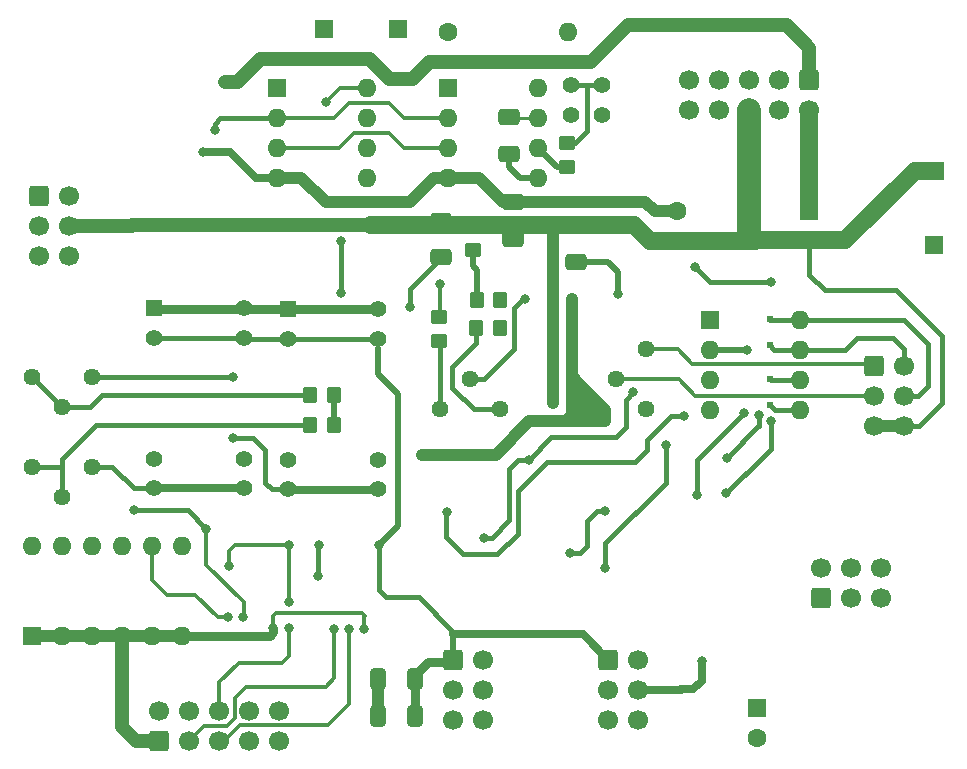
<source format=gbr>
%TF.GenerationSoftware,KiCad,Pcbnew,(6.0.0)*%
%TF.CreationDate,2022-10-28T11:35:46+02:00*%
%TF.ProjectId,INSTR AMP - IDC-SMD v22-10-27,494e5354-5220-4414-9d50-202d20494443,rev?*%
%TF.SameCoordinates,Original*%
%TF.FileFunction,Copper,L2,Bot*%
%TF.FilePolarity,Positive*%
%FSLAX46Y46*%
G04 Gerber Fmt 4.6, Leading zero omitted, Abs format (unit mm)*
G04 Created by KiCad (PCBNEW (6.0.0)) date 2022-10-28 11:35:46*
%MOMM*%
%LPD*%
G01*
G04 APERTURE LIST*
G04 Aperture macros list*
%AMRoundRect*
0 Rectangle with rounded corners*
0 $1 Rounding radius*
0 $2 $3 $4 $5 $6 $7 $8 $9 X,Y pos of 4 corners*
0 Add a 4 corners polygon primitive as box body*
4,1,4,$2,$3,$4,$5,$6,$7,$8,$9,$2,$3,0*
0 Add four circle primitives for the rounded corners*
1,1,$1+$1,$2,$3*
1,1,$1+$1,$4,$5*
1,1,$1+$1,$6,$7*
1,1,$1+$1,$8,$9*
0 Add four rect primitives between the rounded corners*
20,1,$1+$1,$2,$3,$4,$5,0*
20,1,$1+$1,$4,$5,$6,$7,0*
20,1,$1+$1,$6,$7,$8,$9,0*
20,1,$1+$1,$8,$9,$2,$3,0*%
G04 Aperture macros list end*
%TA.AperFunction,ComponentPad*%
%ADD10R,1.500000X1.500000*%
%TD*%
%TA.AperFunction,ComponentPad*%
%ADD11RoundRect,0.250000X-0.600000X-0.600000X0.600000X-0.600000X0.600000X0.600000X-0.600000X0.600000X0*%
%TD*%
%TA.AperFunction,ComponentPad*%
%ADD12C,1.700000*%
%TD*%
%TA.AperFunction,ComponentPad*%
%ADD13RoundRect,0.250000X0.600000X-0.600000X0.600000X0.600000X-0.600000X0.600000X-0.600000X-0.600000X0*%
%TD*%
%TA.AperFunction,ComponentPad*%
%ADD14C,1.600000*%
%TD*%
%TA.AperFunction,ComponentPad*%
%ADD15R,1.600000X1.600000*%
%TD*%
%TA.AperFunction,ComponentPad*%
%ADD16C,1.440000*%
%TD*%
%TA.AperFunction,ComponentPad*%
%ADD17O,1.600000X1.600000*%
%TD*%
%TA.AperFunction,ComponentPad*%
%ADD18C,1.400000*%
%TD*%
%TA.AperFunction,ComponentPad*%
%ADD19R,1.400000X1.400000*%
%TD*%
%TA.AperFunction,ComponentPad*%
%ADD20RoundRect,0.250000X-0.600000X0.600000X-0.600000X-0.600000X0.600000X-0.600000X0.600000X0.600000X0*%
%TD*%
%TA.AperFunction,SMDPad,CuDef*%
%ADD21RoundRect,0.250000X-0.350000X-0.450000X0.350000X-0.450000X0.350000X0.450000X-0.350000X0.450000X0*%
%TD*%
%TA.AperFunction,SMDPad,CuDef*%
%ADD22RoundRect,0.250000X-0.450000X0.350000X-0.450000X-0.350000X0.450000X-0.350000X0.450000X0.350000X0*%
%TD*%
%TA.AperFunction,SMDPad,CuDef*%
%ADD23RoundRect,0.250000X0.350000X0.450000X-0.350000X0.450000X-0.350000X-0.450000X0.350000X-0.450000X0*%
%TD*%
%TA.AperFunction,SMDPad,CuDef*%
%ADD24RoundRect,0.250000X-0.650000X0.412500X-0.650000X-0.412500X0.650000X-0.412500X0.650000X0.412500X0*%
%TD*%
%TA.AperFunction,SMDPad,CuDef*%
%ADD25R,0.500000X0.500000*%
%TD*%
%TA.AperFunction,SMDPad,CuDef*%
%ADD26RoundRect,0.250000X0.412500X0.650000X-0.412500X0.650000X-0.412500X-0.650000X0.412500X-0.650000X0*%
%TD*%
%TA.AperFunction,SMDPad,CuDef*%
%ADD27RoundRect,0.250000X0.450000X-0.350000X0.450000X0.350000X-0.450000X0.350000X-0.450000X-0.350000X0*%
%TD*%
%TA.AperFunction,SMDPad,CuDef*%
%ADD28RoundRect,0.250000X0.650000X-0.412500X0.650000X0.412500X-0.650000X0.412500X-0.650000X-0.412500X0*%
%TD*%
%TA.AperFunction,ViaPad*%
%ADD29C,0.800000*%
%TD*%
%TA.AperFunction,Conductor*%
%ADD30C,1.500000*%
%TD*%
%TA.AperFunction,Conductor*%
%ADD31C,0.550000*%
%TD*%
%TA.AperFunction,Conductor*%
%ADD32C,0.400000*%
%TD*%
%TA.AperFunction,Conductor*%
%ADD33C,0.250000*%
%TD*%
%TA.AperFunction,Conductor*%
%ADD34C,0.350000*%
%TD*%
%TA.AperFunction,Conductor*%
%ADD35C,0.800000*%
%TD*%
%TA.AperFunction,Conductor*%
%ADD36C,0.650000*%
%TD*%
%TA.AperFunction,Conductor*%
%ADD37C,0.450000*%
%TD*%
%TA.AperFunction,Conductor*%
%ADD38C,1.200000*%
%TD*%
%TA.AperFunction,Conductor*%
%ADD39C,2.000000*%
%TD*%
%TA.AperFunction,Conductor*%
%ADD40C,1.000000*%
%TD*%
G04 APERTURE END LIST*
D10*
%TO.P,GNDA2,1,1*%
%TO.N,GNDA*%
X156057600Y-61899800D03*
%TD*%
D11*
%TO.P,X34,1,Pin_1*%
%TO.N,+12P*%
X128431900Y-103296800D03*
D12*
%TO.P,X34,2,Pin_2*%
X130971900Y-103296800D03*
%TO.P,X34,3,Pin_3*%
X128431900Y-105836800D03*
%TO.P,X34,4,Pin_4*%
%TO.N,GNDP*%
X130971900Y-105836800D03*
%TO.P,X34,5,Pin_5*%
X128431900Y-108376800D03*
%TO.P,X34,6,Pin_6*%
X130971900Y-108376800D03*
%TD*%
D13*
%TO.P,X33,1,Pin_1*%
%TO.N,GNDP*%
X90424000Y-110159800D03*
D12*
%TO.P,X33,2,Pin_2*%
%TO.N,uC04*%
X90424000Y-107619800D03*
%TO.P,X33,3,Pin_3*%
%TO.N,uC05*%
X92964000Y-110159800D03*
%TO.P,X33,4,Pin_4*%
%TO.N,uC03*%
X92964000Y-107619800D03*
%TO.P,X33,5,Pin_5*%
%TO.N,uC06*%
X95504000Y-110159800D03*
%TO.P,X33,6,Pin_6*%
%TO.N,uC02*%
X95504000Y-107619800D03*
%TO.P,X33,7,Pin_7*%
%TO.N,unconnected-(X33-Pad7)*%
X98044000Y-110159800D03*
%TO.P,X33,8,Pin_8*%
%TO.N,uC01*%
X98044000Y-107619800D03*
%TO.P,X33,9*%
%TO.N,N/C*%
X100584000Y-110159800D03*
%TO.P,X33,10*%
X100584000Y-107619800D03*
%TD*%
D14*
%TO.P,C19,2*%
%TO.N,GNDP*%
X141046200Y-109916600D03*
D15*
%TO.P,C19,1*%
%TO.N,+12P*%
X141046200Y-107416600D03*
%TD*%
D11*
%TO.P,X31,1,Pin_1*%
%TO.N,Net-(C1-Pad1)*%
X80264000Y-64008000D03*
D12*
%TO.P,X31,2,Pin_2*%
X82804000Y-64008000D03*
%TO.P,X31,3,Pin_3*%
%TO.N,GNDA*%
X80264000Y-66548000D03*
%TO.P,X31,4,Pin_4*%
X82804000Y-66548000D03*
%TO.P,X31,5,Pin_5*%
%TO.N,Net-(C1-Pad2)*%
X80264000Y-69088000D03*
%TO.P,X31,6,Pin_6*%
X82804000Y-69088000D03*
%TD*%
D16*
%TO.P,VR4,1,1*%
%TO.N,GNDA*%
X131648200Y-82118200D03*
%TO.P,VR4,2,2*%
%TO.N,Net-(D3-Pad1)*%
X129108200Y-79578200D03*
%TO.P,VR4,3,3*%
%TO.N,Net-(C8-Pad1)*%
X131648200Y-77038200D03*
%TD*%
D15*
%TO.P,C21,1*%
%TO.N,GNDA*%
X134239000Y-67843477D03*
D14*
%TO.P,C21,2*%
%TO.N,-12VA*%
X134239000Y-65343477D03*
%TD*%
D15*
%TO.P,B5,1*%
%TO.N,+12VA*%
X137043000Y-74508200D03*
D17*
%TO.P,B5,2*%
%TO.N,Net-(B5-Pad2)*%
X137043000Y-77048200D03*
%TO.P,B5,3*%
%TO.N,Net-(B5-Pad3)*%
X137043000Y-79588200D03*
%TO.P,B5,4*%
%TO.N,+12VA*%
X137043000Y-82128200D03*
%TO.P,B5,5*%
%TO.N,Net-(B5-Pad5)*%
X144663000Y-82128200D03*
%TO.P,B5,6*%
%TO.N,Net-(B5-Pad6)*%
X144663000Y-79588200D03*
%TO.P,B5,7*%
%TO.N,B5A:7*%
X144663000Y-77048200D03*
%TO.P,B5,8*%
%TO.N,B5A:8*%
X144663000Y-74508200D03*
%TD*%
D18*
%TO.P,JP6,1,A*%
%TO.N,Net-(JP6-Pad1)*%
X127889000Y-57155400D03*
%TO.P,JP6,2,B*%
%TO.N,Net-(JP5-Pad1)*%
X127889000Y-54615400D03*
%TD*%
D14*
%TO.P,R13,1*%
%TO.N,Net-(B3-Pad1)*%
X114884200Y-50165000D03*
D17*
%TO.P,R13,2*%
%TO.N,Net-(B3-Pad8)*%
X125044200Y-50165000D03*
%TD*%
%TO.P,B3,8,Rg*%
%TO.N,Net-(B3-Pad8)*%
X122514200Y-54899400D03*
%TO.P,B3,7,V+*%
%TO.N,+12VA*%
X122514200Y-57439400D03*
%TO.P,B3,6*%
%TO.N,Net-(B3-Pad6)*%
X122514200Y-59979400D03*
%TO.P,B3,5,Ref*%
%TO.N,GNDA*%
X122514200Y-62519400D03*
%TO.P,B3,4,V-*%
%TO.N,-12VA*%
X114894200Y-62519400D03*
%TO.P,B3,3,+*%
%TO.N,Net-(B1-Pad3)*%
X114894200Y-59979400D03*
%TO.P,B3,2,-*%
%TO.N,Net-(B1-Pad2)*%
X114894200Y-57439400D03*
D15*
%TO.P,B3,1,Rg*%
%TO.N,Net-(B3-Pad1)*%
X114894200Y-54899400D03*
%TD*%
D19*
%TO.P,K2,1*%
%TO.N,Net-(B1-Pad1)*%
X89976800Y-73553000D03*
D18*
%TO.P,K2,2*%
%TO.N,+12P*%
X89976800Y-76093000D03*
%TO.P,K2,6*%
%TO.N,Net-(B6-Pad14)*%
X89976800Y-86353000D03*
%TO.P,K2,7*%
%TO.N,Net-(K2-Pad7)*%
X89976800Y-88793000D03*
%TO.P,K2,8*%
X97596800Y-88793000D03*
%TO.P,K2,9*%
%TO.N,N/C*%
X97596800Y-86353000D03*
%TO.P,K2,13*%
%TO.N,+12P*%
X97596800Y-76093000D03*
%TO.P,K2,14*%
%TO.N,Net-(B1-Pad1)*%
X97596800Y-73553000D03*
%TD*%
%TO.P,JP5,1,A*%
%TO.N,Net-(JP5-Pad1)*%
X125247400Y-54680800D03*
%TO.P,JP5,2,B*%
%TO.N,Net-(JP5-Pad2)*%
X125247400Y-57220800D03*
%TD*%
D20*
%TO.P,X35,1,Pin_1*%
%TO.N,+12VA*%
X145415000Y-54238500D03*
D12*
%TO.P,X35,2,Pin_2*%
X145415000Y-56778500D03*
%TO.P,X35,3,Pin_3*%
%TO.N,GNDA*%
X142875000Y-54238500D03*
%TO.P,X35,4,Pin_4*%
X142875000Y-56778500D03*
%TO.P,X35,5,Pin_5*%
X140335000Y-54238500D03*
%TO.P,X35,6,Pin_6*%
X140335000Y-56778500D03*
%TO.P,X35,7,Pin_7*%
%TO.N,-12VA*%
X137795000Y-54238500D03*
%TO.P,X35,8,Pin_8*%
X137795000Y-56778500D03*
%TO.P,X35,9*%
%TO.N,N/C*%
X135255000Y-54238500D03*
%TO.P,X35,10*%
X135255000Y-56778500D03*
%TD*%
D15*
%TO.P,C20,1*%
%TO.N,+12VA*%
X145465800Y-65303323D03*
D14*
%TO.P,C20,2*%
%TO.N,GNDA*%
X145465800Y-67803323D03*
%TD*%
D11*
%TO.P,X36,1,Pin_1*%
%TO.N,Net-(C8-Pad1)*%
X150952200Y-78409800D03*
D12*
%TO.P,X36,2,Pin_2*%
%TO.N,B5A:7*%
X153492200Y-78409800D03*
%TO.P,X36,3,Pin_3*%
%TO.N,Net-(D3-Pad1)*%
X150952200Y-80949800D03*
%TO.P,X36,4,Pin_4*%
%TO.N,B5A:8*%
X153492200Y-80949800D03*
%TO.P,X36,5,Pin_5*%
%TO.N,GNDA*%
X150952200Y-83489800D03*
%TO.P,X36,6,Pin_6*%
X153492200Y-83489800D03*
%TD*%
D10*
%TO.P,MP2,1,1*%
%TO.N,Net-(D3-Pad1)*%
X156032200Y-68224400D03*
%TD*%
%TO.P,GNDA1,1,1*%
%TO.N,GNDA*%
X110591600Y-49911000D03*
%TD*%
D16*
%TO.P,VR1,1*%
%TO.N,Net-(K1-Pad7)*%
X84709000Y-79349600D03*
%TO.P,VR1,2*%
%TO.N,Net-(R11-Pad2)*%
X82169000Y-81889600D03*
%TO.P,VR1,3*%
X79629000Y-79349600D03*
%TD*%
D15*
%TO.P,B1,1,Rg*%
%TO.N,Net-(B1-Pad1)*%
X100365400Y-54899400D03*
D17*
%TO.P,B1,2,-*%
%TO.N,Net-(B1-Pad2)*%
X100365400Y-57439400D03*
%TO.P,B1,3,+*%
%TO.N,Net-(B1-Pad3)*%
X100365400Y-59979400D03*
%TO.P,B1,4,V-*%
%TO.N,-12VA*%
X100365400Y-62519400D03*
%TO.P,B1,5,Ref*%
%TO.N,GNDA*%
X107985400Y-62519400D03*
%TO.P,B1,6*%
%TO.N,Net-(B1-Pad6)*%
X107985400Y-59979400D03*
%TO.P,B1,7,V+*%
%TO.N,+12VA*%
X107985400Y-57439400D03*
%TO.P,B1,8,Rg*%
%TO.N,Net-(B1-Pad8)*%
X107985400Y-54899400D03*
%TD*%
D15*
%TO.P,SW1,1*%
%TO.N,GNDP*%
X79679800Y-101285200D03*
D17*
%TO.P,SW1,2*%
X82219800Y-101285200D03*
%TO.P,SW1,3*%
X84759800Y-101285200D03*
%TO.P,SW1,4*%
X87299800Y-101285200D03*
%TO.P,SW1,5*%
X89839800Y-101285200D03*
%TO.P,SW1,6*%
X92379800Y-101285200D03*
%TO.P,SW1,7*%
%TO.N,Net-(B6-Pad12)*%
X92379800Y-93665200D03*
%TO.P,SW1,8*%
%TO.N,Net-(B6-Pad11)*%
X89839800Y-93665200D03*
%TO.P,SW1,9*%
%TO.N,Net-(B6-Pad15)*%
X87299800Y-93665200D03*
%TO.P,SW1,10*%
%TO.N,unconnected-(SW1-Pad10)*%
X84759800Y-93665200D03*
%TO.P,SW1,11*%
%TO.N,Net-(B6-Pad14)*%
X82219800Y-93665200D03*
%TO.P,SW1,12*%
%TO.N,Net-(B6-Pad13)*%
X79679800Y-93665200D03*
%TD*%
D19*
%TO.P,K1,1*%
%TO.N,Net-(B1-Pad1)*%
X101320600Y-73634600D03*
D18*
%TO.P,K1,2*%
%TO.N,+12P*%
X101320600Y-76174600D03*
%TO.P,K1,6*%
%TO.N,Net-(B6-Pad13)*%
X101320600Y-86434600D03*
%TO.P,K1,7*%
%TO.N,Net-(K1-Pad7)*%
X101320600Y-88874600D03*
%TO.P,K1,8*%
X108940600Y-88874600D03*
%TO.P,K1,9*%
%TO.N,N/C*%
X108940600Y-86434600D03*
%TO.P,K1,13*%
%TO.N,+12P*%
X108940600Y-76174600D03*
%TO.P,K1,14*%
%TO.N,Net-(B1-Pad1)*%
X108940600Y-73634600D03*
%TD*%
D16*
%TO.P,VR3,1,1*%
%TO.N,Net-(R9-Pad1)*%
X114163000Y-82100200D03*
%TO.P,VR3,2,2*%
%TO.N,+12VA*%
X116703000Y-79560200D03*
%TO.P,VR3,3,3*%
%TO.N,Net-(R10-Pad1)*%
X119243000Y-82100200D03*
%TD*%
D11*
%TO.P,X32,1,Pin_1*%
%TO.N,+12P*%
X115316000Y-103352600D03*
D12*
%TO.P,X32,2,Pin_2*%
%TO.N,Net-(B6-Pad11)*%
X117856000Y-103352600D03*
%TO.P,X32,3,Pin_3*%
%TO.N,Net-(B6-Pad12)*%
X115316000Y-105892600D03*
%TO.P,X32,4,Pin_4*%
%TO.N,Net-(B6-Pad15)*%
X117856000Y-105892600D03*
%TO.P,X32,5,Pin_5*%
%TO.N,unconnected-(X32-Pad5)*%
X115316000Y-108432600D03*
%TO.P,X32,6,Pin_6*%
%TO.N,Net-(B6-Pad12)*%
X117856000Y-108432600D03*
%TD*%
D16*
%TO.P,VR2,1*%
%TO.N,Net-(K2-Pad7)*%
X84693600Y-86987600D03*
%TO.P,VR2,2*%
%TO.N,Net-(R12-Pad2)*%
X82153600Y-89527600D03*
%TO.P,VR2,3*%
X79613600Y-86987600D03*
%TD*%
D10*
%TO.P,MP1,1,1*%
%TO.N,Net-(MP1-Pad1)*%
X104394000Y-49911000D03*
%TD*%
D13*
%TO.P,X37,1,Pin_1*%
%TO.N,Net-(B5-Pad6)*%
X146405600Y-98069400D03*
D12*
%TO.P,X37,2,Pin_2*%
%TO.N,Net-(B5-Pad5)*%
X146405600Y-95529400D03*
%TO.P,X37,3,Pin_3*%
%TO.N,unconnected-(X37-Pad3)*%
X148945600Y-98069400D03*
%TO.P,X37,4,Pin_4*%
%TO.N,unconnected-(X37-Pad4)*%
X148945600Y-95529400D03*
%TO.P,X37,5,Pin_5*%
%TO.N,unconnected-(X37-Pad5)*%
X151485600Y-98069400D03*
%TO.P,X37,6,Pin_6*%
%TO.N,unconnected-(X37-Pad6)*%
X151485600Y-95529400D03*
%TD*%
D21*
%TO.P,R10,1*%
%TO.N,Net-(R10-Pad1)*%
X117262400Y-75184000D03*
%TO.P,R10,2*%
%TO.N,Net-(B2-Pad8)*%
X119262400Y-75184000D03*
%TD*%
D22*
%TO.P,R6,1*%
%TO.N,GNDA*%
X117017800Y-66589400D03*
%TO.P,R6,2*%
%TO.N,Net-(B2-Pad2)*%
X117017800Y-68589400D03*
%TD*%
D23*
%TO.P,R12,1*%
%TO.N,Net-(B1-Pad8)*%
X105190800Y-83413600D03*
%TO.P,R12,2*%
%TO.N,Net-(R12-Pad2)*%
X103190800Y-83413600D03*
%TD*%
D22*
%TO.P,R14,1*%
%TO.N,Net-(JP5-Pad1)*%
X124942600Y-59579000D03*
%TO.P,R14,2*%
%TO.N,Net-(B3-Pad6)*%
X124942600Y-61579000D03*
%TD*%
D24*
%TO.P,C13,1*%
%TO.N,-12VA*%
X120345200Y-64579100D03*
%TO.P,C13,2*%
%TO.N,GNDA*%
X120345200Y-67704100D03*
%TD*%
D25*
%TO.P,D7,1,K*%
%TO.N,B5A:7*%
X142138400Y-76690400D03*
%TO.P,D7,2,A*%
%TO.N,B5A:8*%
X142138400Y-74490400D03*
%TD*%
D26*
%TO.P,C17,1*%
%TO.N,+12P*%
X112052500Y-104927400D03*
%TO.P,C17,2*%
%TO.N,GNDP*%
X108927500Y-104927400D03*
%TD*%
D23*
%TO.P,R7,1*%
%TO.N,Net-(B2-Pad6)*%
X119287800Y-72821800D03*
%TO.P,R7,2*%
%TO.N,Net-(B2-Pad2)*%
X117287800Y-72821800D03*
%TD*%
D27*
%TO.P,R9,1*%
%TO.N,Net-(R9-Pad1)*%
X114122200Y-76285600D03*
%TO.P,R9,2*%
%TO.N,Net-(B2-Pad1)*%
X114122200Y-74285600D03*
%TD*%
D24*
%TO.P,C6,1*%
%TO.N,GNDA*%
X114249200Y-66128500D03*
%TO.P,C6,2*%
%TO.N,-12VA*%
X114249200Y-69253500D03*
%TD*%
D23*
%TO.P,R11,1*%
%TO.N,Net-(B1-Pad8)*%
X105190800Y-80873600D03*
%TO.P,R11,2*%
%TO.N,Net-(R11-Pad2)*%
X103190800Y-80873600D03*
%TD*%
D26*
%TO.P,C18,1*%
%TO.N,+12P*%
X112052500Y-108051600D03*
%TO.P,C18,2*%
%TO.N,GNDP*%
X108927500Y-108051600D03*
%TD*%
D28*
%TO.P,C8,1*%
%TO.N,Net-(C8-Pad1)*%
X125704600Y-69634500D03*
%TO.P,C8,2*%
%TO.N,GNDA*%
X125704600Y-66509500D03*
%TD*%
D25*
%TO.P,D6,1,K*%
%TO.N,Net-(B5-Pad6)*%
X142163800Y-79570400D03*
%TO.P,D6,2,A*%
%TO.N,Net-(B5-Pad5)*%
X142163800Y-81770400D03*
%TD*%
D24*
%TO.P,C12,1*%
%TO.N,+12VA*%
X119989600Y-57327800D03*
%TO.P,C12,2*%
%TO.N,GNDA*%
X119989600Y-60452800D03*
%TD*%
D29*
%TO.N,Net-(B5-Pad2)*%
X135940800Y-89331800D03*
X139928600Y-82423000D03*
X140157200Y-77089000D03*
%TO.N,uC02*%
X101396800Y-100660200D03*
%TO.N,uC05*%
X105206800Y-100679600D03*
%TO.N,uC06*%
X106476800Y-100679600D03*
%TO.N,+12P*%
X109016800Y-93579600D03*
%TO.N,GNDA*%
X138446000Y-86207600D03*
X128397000Y-66573400D03*
X123545600Y-66522600D03*
X93472000Y-66497200D03*
X123764000Y-81578200D03*
X96418400Y-66522600D03*
X103632000Y-66522600D03*
X114020600Y-66458700D03*
X110109000Y-66522600D03*
X141173200Y-82550000D03*
X140258800Y-67843400D03*
%TO.N,-12VA*%
X111658400Y-73431400D03*
X94147600Y-60348100D03*
X135788400Y-70053200D03*
X142189200Y-83058000D03*
X111607600Y-64592200D03*
X142189200Y-71348600D03*
X138430000Y-89204800D03*
%TO.N,Net-(B1-Pad2)*%
X95097600Y-58473100D03*
%TO.N,Net-(B2-Pad2)*%
X117287800Y-72821800D03*
%TO.N,Net-(B2-Pad6)*%
X119287800Y-72821800D03*
%TO.N,Net-(C8-Pad1)*%
X129260600Y-72364600D03*
%TO.N,Net-(B2-Pad1)*%
X114179800Y-71501000D03*
%TO.N,Net-(B2-Pad8)*%
X119262400Y-75184000D03*
%TO.N,Net-(B1-Pad8)*%
X105791000Y-72263000D03*
X104495600Y-56083200D03*
X105791000Y-67894200D03*
X105190800Y-80873600D03*
%TO.N,+12VA*%
X112699800Y-85944200D03*
X95996800Y-54353700D03*
X104470200Y-52476400D03*
X128193800Y-83108800D03*
X120091200Y-52679600D03*
X125323600Y-72771000D03*
X121379800Y-72771000D03*
%TO.N,Net-(B4-Pad2)*%
X121691400Y-86360000D03*
X130556000Y-80670400D03*
X117906800Y-93014800D03*
%TO.N,Net-(B5-Pad3)*%
X114766600Y-90830400D03*
X134823200Y-82702400D03*
%TO.N,Net-(B4-Pad6)*%
X128193800Y-90678000D03*
X125196600Y-94259400D03*
%TO.N,Net-(B4-Pad5)*%
X133299200Y-85090000D03*
X128193800Y-95564200D03*
%TO.N,Net-(B6-Pad14)*%
X88290400Y-90652600D03*
X94386400Y-92202000D03*
X97536000Y-99720400D03*
%TO.N,Net-(B6-Pad13)*%
X103911400Y-93599000D03*
X103886000Y-96228500D03*
%TO.N,Net-(K1-Pad7)*%
X96647000Y-84505800D03*
X96647000Y-79349600D03*
%TO.N,Net-(B6-Pad11)*%
X96266000Y-99720400D03*
%TO.N,Net-(B6-Pad15)*%
X101371400Y-98450400D03*
X101371400Y-93599000D03*
X96316800Y-95351600D03*
%TO.N,GNDP*%
X100076000Y-100660200D03*
X107746800Y-100679600D03*
X136347200Y-103412800D03*
X109016800Y-108000800D03*
%TD*%
D30*
%TO.N,GNDA*%
X148477677Y-67803323D02*
X145465800Y-67803323D01*
X154381200Y-61899800D02*
X148477677Y-67803323D01*
X156057600Y-61899800D02*
X154381200Y-61899800D01*
D31*
%TO.N,Net-(B5-Pad2)*%
X140116400Y-77048200D02*
X137043000Y-77048200D01*
D32*
X135940800Y-86410800D02*
X139928600Y-82423000D01*
D33*
X140157200Y-77089000D02*
X140116400Y-77048200D01*
D32*
X135940800Y-89331800D02*
X135940800Y-86664800D01*
X135940800Y-86664800D02*
X135940800Y-86410800D01*
D34*
%TO.N,uC02*%
X101396800Y-102997000D02*
X101396800Y-100660200D01*
X95504000Y-105232200D02*
X97129600Y-103606600D01*
X97129600Y-103606600D02*
X100787200Y-103606600D01*
X95504000Y-107619800D02*
X95504000Y-105232200D01*
X100787200Y-103606600D02*
X101396800Y-102997000D01*
%TO.N,uC05*%
X94234000Y-108889800D02*
X92964000Y-110159800D01*
X96798682Y-108229400D02*
X96138282Y-108889800D01*
X97739200Y-105587800D02*
X96799400Y-106527600D01*
X96138282Y-108889800D02*
X94234000Y-108889800D01*
X104495600Y-105587800D02*
X97739200Y-105587800D01*
X105206800Y-104876600D02*
X104495600Y-105587800D01*
X105206800Y-100679600D02*
X105206800Y-104876600D01*
X96799400Y-108229400D02*
X96798682Y-108229400D01*
X96799400Y-106527600D02*
X96799400Y-108229400D01*
%TO.N,uC06*%
X97231200Y-108864400D02*
X95935800Y-110159800D01*
X106476800Y-100679600D02*
X106476800Y-107061000D01*
X106476800Y-107061000D02*
X104673400Y-108864400D01*
X104673400Y-108864400D02*
X97231200Y-108864400D01*
D35*
%TO.N,+12P*%
X113157000Y-103530400D02*
X112052500Y-104634900D01*
X112052500Y-104927400D02*
X112052500Y-108051600D01*
D31*
X115316000Y-103352600D02*
X115316000Y-101117400D01*
X110642400Y-80822800D02*
X108940600Y-79121000D01*
D32*
X108940600Y-76174600D02*
X101320600Y-76174600D01*
X115316000Y-100939600D02*
X112395000Y-98018600D01*
D35*
X115138200Y-103530400D02*
X113157000Y-103530400D01*
D36*
X126252500Y-101117400D02*
X115316000Y-101117400D01*
X128431900Y-103296800D02*
X126252500Y-101117400D01*
D32*
X112395000Y-98018600D02*
X109651800Y-98018600D01*
X109016800Y-97383600D02*
X109016800Y-93579600D01*
X115316000Y-101117400D02*
X115316000Y-100939600D01*
X109651800Y-98018600D02*
X109016800Y-97383600D01*
D31*
X108940600Y-79121000D02*
X108940600Y-76923320D01*
D37*
X97596800Y-76093000D02*
X89976800Y-76093000D01*
D31*
X110642400Y-91954000D02*
X110642400Y-80822800D01*
D32*
X101320600Y-76174600D02*
X97678400Y-76174600D01*
D31*
X109016800Y-93579600D02*
X110642400Y-91954000D01*
D32*
%TO.N,GNDA*%
X156667200Y-81534000D02*
X156667200Y-75920600D01*
D38*
X96418400Y-66522600D02*
X103632000Y-66522600D01*
X103632000Y-66522600D02*
X107365800Y-66522600D01*
D39*
X140335000Y-56778500D02*
X140335000Y-67335400D01*
D32*
X141173200Y-83480400D02*
X141173200Y-82550000D01*
D38*
X88138000Y-66522600D02*
X88112600Y-66548000D01*
D30*
X140883231Y-67803323D02*
X145465800Y-67803323D01*
D38*
X88138000Y-66522600D02*
X93370400Y-66522600D01*
D30*
X134239000Y-67843477D02*
X136702723Y-67843477D01*
X108331000Y-66522600D02*
X118338600Y-66522600D01*
X130606800Y-66522600D02*
X128905000Y-66522600D01*
D32*
X154711400Y-83489800D02*
X156667200Y-81534000D01*
D40*
X123764000Y-81578200D02*
X123764000Y-66741000D01*
D32*
X156667200Y-75920600D02*
X152781000Y-72034400D01*
D33*
X123764000Y-66741000D02*
X123545600Y-66522600D01*
D30*
X118338600Y-66522600D02*
X123545600Y-66522600D01*
X123545600Y-66522600D02*
X128905000Y-66522600D01*
D31*
X119989600Y-60452800D02*
X119989600Y-61569600D01*
D30*
X131927677Y-67843477D02*
X130606800Y-66522600D01*
D32*
X141097000Y-83556600D02*
X141173200Y-83480400D01*
D30*
X136702723Y-67843477D02*
X140843077Y-67843477D01*
D32*
X146761200Y-72034400D02*
X145465800Y-70739000D01*
D40*
X150952200Y-83489800D02*
X153492200Y-83489800D01*
D32*
X153492200Y-83489800D02*
X154711400Y-83489800D01*
X152781000Y-72034400D02*
X146761200Y-72034400D01*
D38*
X88112600Y-66548000D02*
X82804000Y-66548000D01*
D32*
X138446000Y-86207600D02*
X141097000Y-83556600D01*
D38*
X107365800Y-66522600D02*
X108331000Y-66522600D01*
D31*
X120939400Y-62519400D02*
X122514200Y-62519400D01*
X119989600Y-61569600D02*
X120939400Y-62519400D01*
D38*
X93370400Y-66522600D02*
X96418400Y-66522600D01*
D30*
X134239000Y-67843477D02*
X131927677Y-67843477D01*
D32*
X145465800Y-70739000D02*
X145465800Y-67803323D01*
D40*
%TO.N,-12VA*%
X132348677Y-65343477D02*
X134239000Y-65343477D01*
X102422800Y-62519400D02*
X104495600Y-64592200D01*
D36*
X96416100Y-60348100D02*
X94147600Y-60348100D01*
D40*
X100365400Y-62519400D02*
X102422800Y-62519400D01*
X113680400Y-62519400D02*
X111607600Y-64592200D01*
D37*
X142189200Y-71348600D02*
X137058400Y-71348600D01*
D32*
X111658400Y-71895100D02*
X114313100Y-69240400D01*
D37*
X142113000Y-85521800D02*
X142189200Y-85445600D01*
D40*
X104495600Y-64592200D02*
X111607600Y-64592200D01*
D37*
X141681200Y-85953600D02*
X142113000Y-85521800D01*
X138430000Y-89204800D02*
X141681200Y-85953600D01*
D40*
X114894200Y-62519400D02*
X113680400Y-62519400D01*
X131546600Y-64541400D02*
X132348677Y-65343477D01*
X119507000Y-64541400D02*
X131546600Y-64541400D01*
D32*
X111658400Y-73431400D02*
X111658400Y-71895100D01*
D40*
X114894200Y-62519400D02*
X117465000Y-62519400D01*
D36*
X100355400Y-62509400D02*
X98577400Y-62509400D01*
D40*
X117465000Y-62519400D02*
X117475000Y-62509400D01*
D36*
X98577400Y-62509400D02*
X96416100Y-60348100D01*
D37*
X135788400Y-70078600D02*
X135788400Y-70053200D01*
X137058400Y-71348600D02*
X135788400Y-70078600D01*
X142189200Y-85445600D02*
X142189200Y-83058000D01*
D40*
X117475000Y-62509400D02*
X119507000Y-64541400D01*
D34*
%TO.N,Net-(B1-Pad2)*%
X114894200Y-57439400D02*
X111109600Y-57439400D01*
D32*
X100355400Y-57429400D02*
X95580200Y-57429400D01*
D34*
X109829600Y-56159400D02*
X106502200Y-56159400D01*
D32*
X95580200Y-57429400D02*
X95097600Y-57912000D01*
D34*
X106502200Y-56159400D02*
X105222200Y-57439400D01*
D32*
X95097600Y-57912000D02*
X95097600Y-58473100D01*
D34*
X100365400Y-57439400D02*
X105222200Y-57439400D01*
X111109600Y-57439400D02*
X109829600Y-56159400D01*
%TO.N,Net-(B1-Pad3)*%
X114894200Y-59979400D02*
X111109600Y-59979400D01*
X111109600Y-59979400D02*
X109880400Y-58750200D01*
X109880400Y-58750200D02*
X106883200Y-58750200D01*
X106883200Y-58750200D02*
X105654000Y-59979400D01*
X105654000Y-59979400D02*
X100365400Y-59979400D01*
D31*
%TO.N,Net-(B2-Pad2)*%
X116967000Y-69951600D02*
X116967000Y-68640200D01*
X117287800Y-72821800D02*
X117287800Y-70272400D01*
X117287800Y-70272400D02*
X116967000Y-69951600D01*
%TO.N,Net-(C8-Pad1)*%
X128435500Y-69634500D02*
X125704600Y-69634500D01*
D34*
X134340600Y-77038200D02*
X135559800Y-78257400D01*
D31*
X129260600Y-72364600D02*
X129260600Y-70459600D01*
X129260600Y-70459600D02*
X128435500Y-69634500D01*
D34*
X131648200Y-77038200D02*
X134340600Y-77038200D01*
X135559800Y-78257400D02*
X150799800Y-78257400D01*
D37*
%TO.N,Net-(R9-Pad1)*%
X114163000Y-82100200D02*
X114163000Y-76326400D01*
D34*
%TO.N,Net-(B2-Pad1)*%
X114179800Y-71501000D02*
X114179800Y-74228000D01*
D32*
%TO.N,Net-(R10-Pad1)*%
X117262400Y-76463400D02*
X117262400Y-75184000D01*
X119243000Y-82100200D02*
X117025200Y-82100200D01*
X115189000Y-78536800D02*
X117262400Y-76463400D01*
X117025200Y-82100200D02*
X115189000Y-80264000D01*
X115189000Y-80264000D02*
X115189000Y-78536800D01*
D34*
%TO.N,Net-(B1-Pad8)*%
X105679400Y-54899400D02*
X104495600Y-56083200D01*
D31*
X105190800Y-83413600D02*
X105190800Y-80873600D01*
D32*
X105791000Y-67894200D02*
X105791000Y-72263000D01*
D34*
X105730200Y-54899400D02*
X105679400Y-54899400D01*
X107985400Y-54899400D02*
X105730200Y-54899400D01*
D32*
%TO.N,Net-(R11-Pad2)*%
X85598000Y-80873600D02*
X84531200Y-81940400D01*
D33*
X84531200Y-81940400D02*
X84480400Y-81889600D01*
D32*
X84480400Y-81889600D02*
X82169000Y-81889600D01*
D37*
X103190800Y-80873600D02*
X85598000Y-80873600D01*
D32*
X82169000Y-81889600D02*
X79629000Y-79349600D01*
%TO.N,Net-(R12-Pad2)*%
X82153600Y-86350000D02*
X85090000Y-83413600D01*
D33*
X82110800Y-86987600D02*
X82153600Y-87030400D01*
D32*
X82153600Y-89527600D02*
X82153600Y-87030400D01*
X79613600Y-86987600D02*
X82110800Y-86987600D01*
X85090000Y-83413600D02*
X103190800Y-83413600D01*
X82153600Y-87030400D02*
X82153600Y-86350000D01*
D31*
%TO.N,Net-(B3-Pad6)*%
X124113800Y-61579000D02*
X122514200Y-59979400D01*
X124942600Y-61579000D02*
X124113800Y-61579000D01*
D38*
%TO.N,+12VA*%
X109880400Y-54102000D02*
X108254800Y-52476400D01*
X108254800Y-52476400D02*
X104470200Y-52476400D01*
D37*
X116703000Y-79560200D02*
X117950200Y-79560200D01*
D40*
X126034800Y-80010000D02*
X128193800Y-82169000D01*
D38*
X104470200Y-52476400D02*
X98958400Y-52476400D01*
D40*
X126034800Y-80010000D02*
X126034800Y-81965800D01*
D38*
X98958400Y-52476400D02*
X97081100Y-54353700D01*
X127000000Y-52679600D02*
X130084521Y-49595079D01*
X145415000Y-51485800D02*
X145415000Y-54238500D01*
D40*
X128193800Y-83108800D02*
X124841000Y-83108800D01*
X124841000Y-83108800D02*
X121742200Y-83108800D01*
D38*
X113284000Y-52679600D02*
X111861600Y-54102000D01*
D33*
X122514200Y-57439400D02*
X120101200Y-57439400D01*
D40*
X126034800Y-81965800D02*
X126530100Y-82461100D01*
X125349000Y-79324200D02*
X125349000Y-81178400D01*
D38*
X111861600Y-54102000D02*
X109880400Y-54102000D01*
D37*
X117950200Y-79560200D02*
X120472200Y-77038200D01*
D38*
X143524279Y-49595079D02*
X145415000Y-51485800D01*
X120091200Y-52679600D02*
X127000000Y-52679600D01*
D40*
X128193800Y-82169000D02*
X128193800Y-83108800D01*
X127546100Y-82461100D02*
X126530100Y-82461100D01*
D38*
X97081100Y-54353700D02*
X95996800Y-54353700D01*
X130084521Y-49595079D02*
X143524279Y-49595079D01*
X120091200Y-52679600D02*
X113284000Y-52679600D01*
D40*
X125349000Y-82600800D02*
X124841000Y-83108800D01*
X125349000Y-79324200D02*
X125349000Y-72796400D01*
X128193800Y-83108800D02*
X127546100Y-82461100D01*
X121742200Y-83108800D02*
X118906800Y-85944200D01*
X118906800Y-85944200D02*
X112699800Y-85944200D01*
X125349000Y-81178400D02*
X125349000Y-82448400D01*
D37*
X121208800Y-72771000D02*
X121379800Y-72771000D01*
D40*
X125361700Y-82461100D02*
X125349000Y-82448400D01*
D37*
X120472200Y-77038200D02*
X120472200Y-73507600D01*
D40*
X125349000Y-72796400D02*
X125323600Y-72771000D01*
X125349000Y-79324200D02*
X126034800Y-80010000D01*
X125349000Y-82448400D02*
X125349000Y-82600800D01*
X126530100Y-82461100D02*
X125361700Y-82461100D01*
D30*
X145465800Y-65303323D02*
X145465800Y-56829300D01*
D40*
X126263400Y-81178400D02*
X125349000Y-81178400D01*
X127546100Y-82461100D02*
X126263400Y-81178400D01*
D37*
X120472200Y-73507600D02*
X121208800Y-72771000D01*
D32*
%TO.N,Net-(B4-Pad2)*%
X121691400Y-86360000D02*
X120827800Y-86360000D01*
D37*
X129895600Y-83616800D02*
X129895600Y-81330800D01*
D32*
X120065800Y-91516200D02*
X118567200Y-93014800D01*
D37*
X129895600Y-81330800D02*
X130556000Y-80670400D01*
X129082800Y-84429600D02*
X129895600Y-83616800D01*
D32*
X120827800Y-86360000D02*
X120065800Y-87122000D01*
X120065800Y-87122000D02*
X120065800Y-91516200D01*
D37*
X123621800Y-84429600D02*
X129082800Y-84429600D01*
D32*
X118567200Y-93014800D02*
X117906800Y-93014800D01*
D37*
X121691400Y-86360000D02*
X123621800Y-84429600D01*
D32*
%TO.N,Net-(B5-Pad3)*%
X120751600Y-92659200D02*
X120751600Y-89052400D01*
X119024400Y-94386400D02*
X120751600Y-92659200D01*
X116128800Y-94386400D02*
X119024400Y-94386400D01*
X130710720Y-86547800D02*
X131673600Y-85584920D01*
X133705600Y-82702400D02*
X134823200Y-82702400D01*
X131673600Y-84734400D02*
X133705600Y-82702400D01*
X114766600Y-90830400D02*
X114681000Y-90916000D01*
X123256200Y-86547800D02*
X130710720Y-86547800D01*
X114681000Y-90916000D02*
X114681000Y-92938600D01*
X120751600Y-89052400D02*
X123256200Y-86547800D01*
X131673600Y-85584920D02*
X131673600Y-84734400D01*
X114681000Y-92938600D02*
X116128800Y-94386400D01*
%TO.N,Net-(B4-Pad6)*%
X128193800Y-90678000D02*
X127482600Y-90678000D01*
X126034800Y-94259400D02*
X125189000Y-94259400D01*
X127482600Y-90678000D02*
X126593600Y-91567000D01*
X126593600Y-93700600D02*
X126034800Y-94259400D01*
X126593600Y-91567000D02*
X126593600Y-93700600D01*
%TO.N,Net-(B4-Pad5)*%
X133299200Y-88315800D02*
X133299200Y-85090000D01*
X128193800Y-95564200D02*
X128193800Y-93421200D01*
X128193800Y-93421200D02*
X133299200Y-88315800D01*
%TO.N,Net-(B6-Pad14)*%
X92837000Y-90652600D02*
X88290400Y-90652600D01*
D34*
X97561400Y-98425000D02*
X94386400Y-95250000D01*
X97561400Y-99695000D02*
X97561400Y-98425000D01*
X94386400Y-95250000D02*
X94386400Y-92202000D01*
D32*
X94386400Y-92202000D02*
X92837000Y-90652600D01*
D34*
X97536000Y-99720400D02*
X97561400Y-99695000D01*
D35*
%TO.N,Net-(B1-Pad1)*%
X108902500Y-73634600D02*
X89827100Y-73634600D01*
D32*
%TO.N,Net-(K2-Pad7)*%
X88259600Y-88793000D02*
X86436200Y-86969600D01*
D36*
X89992200Y-88773000D02*
X97612200Y-88773000D01*
D32*
X86418200Y-86987600D02*
X84693600Y-86987600D01*
X86436200Y-86969600D02*
X86418200Y-86987600D01*
X89976800Y-88793000D02*
X88259600Y-88793000D01*
D33*
%TO.N,Net-(B6-Pad13)*%
X103886000Y-93624400D02*
X103911400Y-93599000D01*
D37*
X103886000Y-96228500D02*
X103886000Y-93624400D01*
D32*
%TO.N,Net-(K1-Pad7)*%
X98602800Y-84785200D02*
X98323400Y-84505800D01*
X99390200Y-85572600D02*
X98602800Y-84785200D01*
D36*
X101320600Y-88900000D02*
X108940600Y-88900000D01*
D32*
X101320600Y-88874600D02*
X99949000Y-88874600D01*
X96647000Y-79349600D02*
X84709000Y-79349600D01*
X99949000Y-88874600D02*
X99390200Y-88315800D01*
X99390200Y-88315800D02*
X99390200Y-85572600D01*
X98323400Y-84505800D02*
X96647000Y-84505800D01*
D34*
%TO.N,Net-(D3-Pad1)*%
X129108200Y-79578200D02*
X134416800Y-79578200D01*
X134416800Y-79578200D02*
X135788400Y-80949800D01*
X135788400Y-80949800D02*
X150952200Y-80949800D01*
%TO.N,Net-(B6-Pad11)*%
X96266000Y-99720400D02*
X95351600Y-99720400D01*
X91033600Y-97790000D02*
X89839800Y-96596200D01*
X89839800Y-96596200D02*
X89839800Y-93665200D01*
X95351600Y-99720400D02*
X93421200Y-97790000D01*
X93421200Y-97790000D02*
X91033600Y-97790000D01*
%TO.N,Net-(B6-Pad15)*%
X96824800Y-93599000D02*
X96316800Y-94107000D01*
X101371400Y-98450400D02*
X101371400Y-93599000D01*
X101371400Y-93599000D02*
X96824800Y-93599000D01*
X96316800Y-94107000D02*
X96316800Y-95351600D01*
D32*
%TO.N,Net-(B5-Pad5)*%
X142521600Y-82128200D02*
X142163800Y-81770400D01*
X144663000Y-82128200D02*
X142521600Y-82128200D01*
%TO.N,Net-(B5-Pad6)*%
X144663000Y-79588200D02*
X142181600Y-79588200D01*
%TO.N,B5A:7*%
X144663000Y-77048200D02*
X142496200Y-77048200D01*
X153492200Y-76962000D02*
X153492200Y-78409800D01*
X152577800Y-76047600D02*
X153492200Y-76962000D01*
X144663000Y-77048200D02*
X148478400Y-77048200D01*
X142496200Y-77048200D02*
X142138400Y-76690400D01*
X148478400Y-77048200D02*
X149479000Y-76047600D01*
X149479000Y-76047600D02*
X152577800Y-76047600D01*
%TO.N,B5A:8*%
X155524200Y-80111600D02*
X154686000Y-80949800D01*
X144663000Y-74508200D02*
X142156200Y-74508200D01*
X154686000Y-80949800D02*
X153492200Y-80949800D01*
X153476800Y-74508200D02*
X155524200Y-76555600D01*
X144663000Y-74508200D02*
X153476800Y-74508200D01*
X155524200Y-76555600D02*
X155524200Y-80111600D01*
D38*
%TO.N,GNDP*%
X88442800Y-110159800D02*
X87299800Y-109016800D01*
D35*
X99755800Y-101285200D02*
X92379800Y-101285200D01*
D34*
X107797600Y-99568000D02*
X107746800Y-99618800D01*
D36*
X136347200Y-105079800D02*
X136347200Y-103412800D01*
X135610600Y-105816400D02*
X136347200Y-105079800D01*
X130971900Y-105836800D02*
X134548800Y-105836800D01*
X134569200Y-105816400D02*
X135610600Y-105816400D01*
X134548800Y-105836800D02*
X134569200Y-105816400D01*
D34*
X107746800Y-99618800D02*
X107746800Y-100679600D01*
X107569000Y-99339400D02*
X107797600Y-99568000D01*
D40*
X92379800Y-101295200D02*
X79679800Y-101295200D01*
D35*
X100076000Y-100965000D02*
X99755800Y-101285200D01*
D40*
X108927500Y-104927400D02*
X108927500Y-108051600D01*
D34*
X100076000Y-100660200D02*
X100076000Y-99568000D01*
X100076000Y-99568000D02*
X100304600Y-99339400D01*
D38*
X87299800Y-109016800D02*
X87299800Y-101285200D01*
D34*
X100304600Y-99339400D02*
X107569000Y-99339400D01*
D35*
X100076000Y-100965000D02*
X100076000Y-100660200D01*
D38*
X90424000Y-110159800D02*
X88442800Y-110159800D01*
D32*
%TO.N,Net-(JP5-Pad1)*%
X126664400Y-58552400D02*
X126664400Y-54615400D01*
D37*
X127889000Y-54615400D02*
X126664400Y-54615400D01*
D32*
X125637800Y-59579000D02*
X126664400Y-58552400D01*
D37*
X126664400Y-54615400D02*
X125312800Y-54615400D01*
D32*
X124942600Y-59579000D02*
X125637800Y-59579000D01*
%TD*%
M02*

</source>
